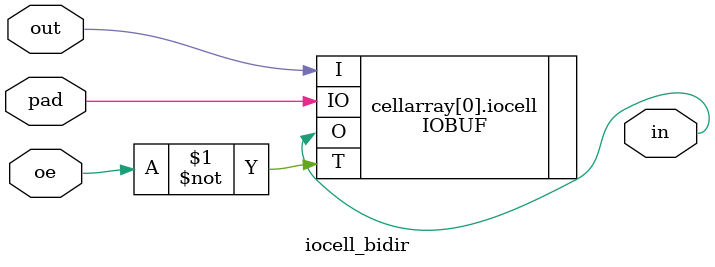
<source format=sv>

module iocell_bidir #(
    parameter int Width = 1
) (
  inout  wire  [Width-1:0] pad,
  input  logic [Width-1:0] oe,
  input  logic [Width-1:0] out,
  output logic [Width-1:0] in
);
  generate
    genvar i;
    for (i = 0; i < Width; i++) begin : cellarray
      IOBUF #(
        .DRIVE       (4),
        .IBUF_LOW_PWR("TRUE"),
        .IOSTANDARD  ("DEFAULT"),
        .SLEW        ("SLOW")
      ) iocell (
        .O (in[i]),   // Buffer output
        .IO(pad[i]),  // Buffer inout port (connect directly to top-level port)
        .I (out[i]),  // Buffer input
        .T (~oe[i])   // 3-state enable input, high=input, low=output
      );
    end
  endgenerate
endmodule

</source>
